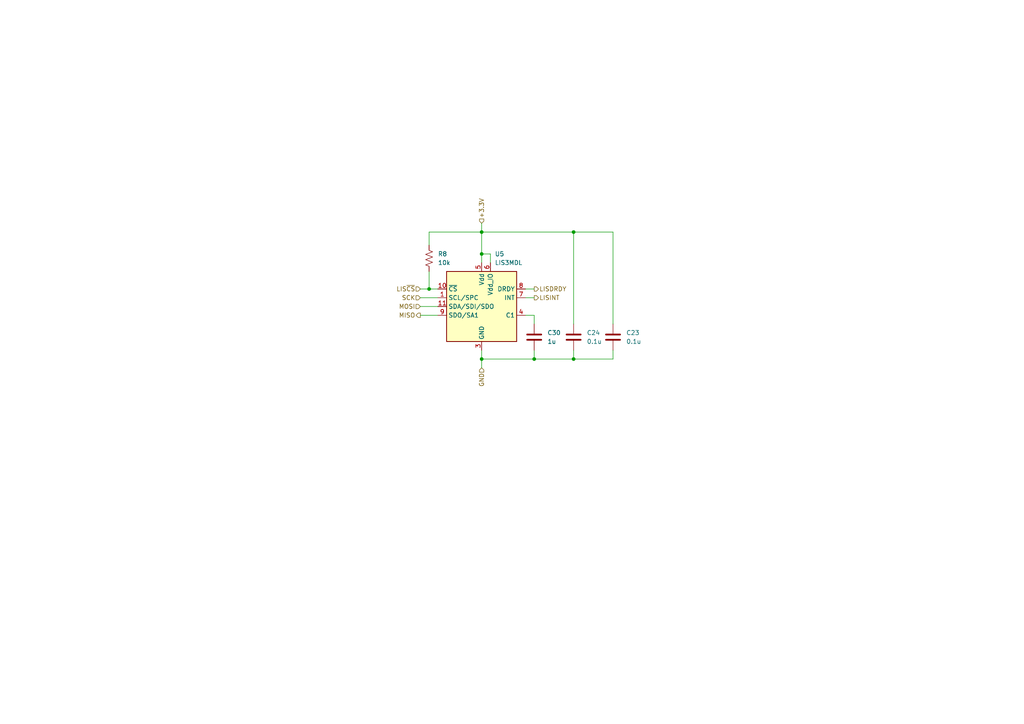
<source format=kicad_sch>
(kicad_sch (version 20230121) (generator eeschema)
  (paper "A4")
  (lib_symbols
    (symbol "Device:C" (pin_numbers hide) (pin_names (offset 0.254))
      (property "Reference" "C" (at 0.635 2.54 0))
      (property "Value" "C" (at 0.635 -2.54 0))
      (symbol "C_0_1"
        (polyline (pts (xy -2.032 -0.762) (xy 2.032 -0.762)) (stroke (width 0.508)))
        (polyline (pts (xy -2.032 0.762) (xy 2.032 0.762)) (stroke (width 0.508)))
      )
      (symbol "C_1_1"
        (pin passive line (at 0 3.81 270) (length 2.794) (name "~") (number "1"))
        (pin passive line (at 0 -3.81 90) (length 2.794) (name "~") (number "2"))
      )
    )
    (symbol "Device:R_US" (pin_numbers hide) (pin_names (offset 0))
      (property "Reference" "R" (at 2.54 0 90))
      (property "Value" "R_US" (at -2.54 0 90))
      (symbol "R_US_0_1"
        (polyline (pts (xy 0 -2.286) (xy 0 -2.54)))
        (polyline (pts (xy 0 2.286) (xy 0 2.54)))
        (polyline (pts (xy 0 -0.762) (xy 1.016 -1.143) (xy 0 -1.524) (xy -1.016 -1.905) (xy 0 -2.286)))
        (polyline (pts (xy 0 0.762) (xy 1.016 0.381) (xy 0 0) (xy -1.016 -0.381) (xy 0 -0.762)))
        (polyline (pts (xy 0 2.286) (xy 1.016 1.905) (xy 0 1.524) (xy -1.016 1.143) (xy 0 0.762)))
      )
      (symbol "R_US_1_1"
        (pin passive line (at 0 3.81 270) (length 1.27) (name "~") (number "1"))
        (pin passive line (at 0 -3.81 90) (length 1.27) (name "~") (number "2"))
      )
    )
    (symbol "Sensor_Magnetic:LIS3MDL"
      (property "Reference" "U" (at -8.89 11.43 0))
      (property "Value" "LIS3MDL" (at 7.62 11.43 0))
      (symbol "LIS3MDL_0_1"
        (rectangle (start -10.16 10.16) (end 10.16 -10.16) (stroke (width 0.254)) (fill (type background)))
      )
      (symbol "LIS3MDL_1_1"
        (pin input line (at -12.7 2.54 0) (length 2.54) (name "SCL/SPC") (number "1"))
        (pin input line (at -12.7 5.08 0) (length 2.54) (name "~{CS}") (number "10"))
        (pin bidirectional line (at -12.7 0 0) (length 2.54) (name "SDA/SDI/SDO") (number "11"))
        (pin passive line (at 0 -12.7 90) (length 2.54) hide (name "GND") (number "12"))
        (pin passive line (at 0 -12.7 90) (length 2.54) hide (name "GND") (number "2"))
        (pin power_in line (at 0 -12.7 90) (length 2.54) (name "GND") (number "3"))
        (pin power_out line (at 12.7 -2.54 180) (length 2.54) (name "C1") (number "4"))
        (pin power_in line (at 0 12.7 270) (length 2.54) (name "Vdd") (number "5"))
        (pin power_in line (at 2.54 12.7 270) (length 2.54) (name "Vdd_IO") (number "6"))
        (pin output line (at 12.7 2.54 180) (length 2.54) (name "INT") (number "7"))
        (pin output line (at 12.7 5.08 180) (length 2.54) (name "DRDY") (number "8"))
        (pin bidirectional line (at -12.7 -2.54 0) (length 2.54) (name "SDO/SA1") (number "9"))
      )
    )
  )
  (junction (at 139.7 73.66))
  (junction (at 166.37 104.14))
  (junction (at 124.46 83.82))
  (junction (at 139.7 104.14))
  (junction (at 154.94 104.14))
  (junction (at 139.7 67.31))
  (junction (at 166.37 67.31))
  (wire (pts (xy 177.8 101.6) (xy 177.8 104.14)))
  (wire (pts (xy 124.46 83.82) (xy 124.46 78.74)))
  (wire (pts (xy 139.7 73.66) (xy 139.7 76.2)))
  (wire (pts (xy 177.8 104.14) (xy 166.37 104.14)))
  (wire (pts (xy 139.7 104.14) (xy 139.7 106.68)))
  (wire (pts (xy 139.7 64.77) (xy 139.7 67.31)))
  (wire (pts (xy 166.37 67.31) (xy 166.37 93.98)))
  (wire (pts (xy 127 83.82) (xy 124.46 83.82)))
  (wire (pts (xy 124.46 67.31) (xy 139.7 67.31)))
  (wire (pts (xy 152.4 91.44) (xy 154.94 91.44)))
  (wire (pts (xy 142.24 76.2) (xy 142.24 73.66)))
  (wire (pts (xy 127 91.44) (xy 121.92 91.44)))
  (wire (pts (xy 154.94 91.44) (xy 154.94 93.98)))
  (wire (pts (xy 166.37 101.6) (xy 166.37 104.14)))
  (wire (pts (xy 139.7 67.31) (xy 139.7 73.66)))
  (wire (pts (xy 127 88.9) (xy 121.92 88.9)))
  (wire (pts (xy 124.46 71.12) (xy 124.46 67.31)))
  (wire (pts (xy 152.4 86.36) (xy 154.94 86.36)))
  (wire (pts (xy 177.8 67.31) (xy 166.37 67.31)))
  (wire (pts (xy 154.94 104.14) (xy 139.7 104.14)))
  (wire (pts (xy 142.24 73.66) (xy 139.7 73.66)))
  (wire (pts (xy 166.37 104.14) (xy 154.94 104.14)))
  (wire (pts (xy 139.7 67.31) (xy 166.37 67.31)))
  (wire (pts (xy 177.8 93.98) (xy 177.8 67.31)))
  (wire (pts (xy 127 86.36) (xy 121.92 86.36)))
  (wire (pts (xy 121.92 83.82) (xy 124.46 83.82)))
  (wire (pts (xy 154.94 101.6) (xy 154.94 104.14)))
  (wire (pts (xy 139.7 101.6) (xy 139.7 104.14)))
  (wire (pts (xy 152.4 83.82) (xy 154.94 83.82)))
  (hierarchical_label "MISO" (shape output) (at 121.92 91.44 180))
  (hierarchical_label "LISINT" (shape output) (at 154.94 86.36 0))
  (hierarchical_label "LIS~{CS}" (shape input) (at 121.92 83.82 180))
  (hierarchical_label "GND" (shape input) (at 139.7 106.68 270))
  (hierarchical_label "SCK" (shape input) (at 121.92 86.36 180))
  (hierarchical_label "+3.3V" (shape input) (at 139.7 64.77 90))
  (hierarchical_label "LISDRDY" (shape output) (at 154.94 83.82 0))
  (hierarchical_label "MOSI" (shape input) (at 121.92 88.9 180))
  (symbol (lib_id "Device:R_US") (at 124.46 74.93 0) (unit 1)
    (property "Reference" "R8" (at 127 73.66 0) (effects (justify left)))
    (property "Value" "10k" (at 127 76.2 0) (effects (justify left)))
    (property "Footprint" "Resistor_SMD:R_0603_1608Metric" (effects hide))
    (instances (project "av2324" (path "" (reference "R8") (unit 1)) (path "" (reference "R15") (unit 1))))
  )
  (symbol (lib_id "Device:C") (at 154.94 97.79 0) (unit 1)
    (property "Reference" "C30" (at 158.75 96.52 0) (effects (justify left)))
    (property "Value" "1u" (at 158.75 99.06 0) (effects (justify left)))
    (property "Footprint" "Capacitor_SMD:C_0603_1608Metric" (effects hide))
    (instances (project "av2324" (path "" (reference "C30") (unit 1)) (path "" (reference "C29") (unit 1))))
  )
  (symbol (lib_id "Device:C") (at 166.37 97.79 0) (unit 1)
    (property "Reference" "C24" (at 170.18 96.52 0) (effects (justify left)))
    (property "Value" "0.1u" (at 170.18 99.06 0) (effects (justify left)))
    (property "Footprint" "Capacitor_SMD:C_0603_1608Metric" (effects hide))
    (instances (project "av2324" (path "" (reference "C24") (unit 1)) (path "" (reference "C30") (unit 1))))
  )
  (symbol (lib_id "Sensor_Magnetic:LIS3MDL") (at 139.7 88.9 0) (unit 1)
    (property "Reference" "U5" (at 143.51 73.66 0) (effects (justify left)))
    (property "Value" "LIS3MDL" (at 143.51 76.2 0) (effects (justify left)))
    (property "Footprint" "Package_LGA:LGA-12_2x2mm_P0.5mm" (effects hide))
    (property "Datasheet" "https://www.st.com/resource/en/datasheet/lis3mdl.pdf" (effects hide))
  )
  (symbol (lib_id "Device:C") (at 177.8 97.79 0) (unit 1)
    (property "Reference" "C23" (at 181.61 96.52 0) (effects (justify left)))
    (property "Value" "0.1u" (at 181.61 99.06 0) (effects (justify left)))
    (property "Footprint" "Capacitor_SMD:C_0603_1608Metric" (effects hide))
    (instances (project "av2324" (path "" (reference "C23") (unit 1)) (path "" (reference "C31") (unit 1))))
  )
)
</source>
